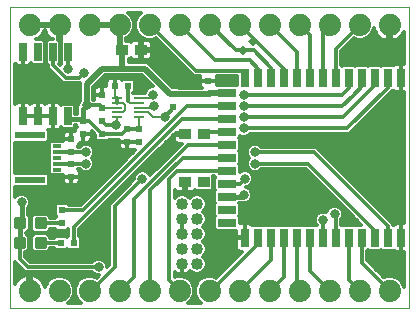
<source format=gtl>
G75*
%MOIN*%
%OFA0B0*%
%FSLAX25Y25*%
%IPPOS*%
%LPD*%
%AMOC8*
5,1,8,0,0,1.08239X$1,22.5*
%
%ADD10C,0.00000*%
%ADD11C,0.04000*%
%ADD12C,0.01181*%
%ADD13R,0.02362X0.02362*%
%ADD14C,0.07400*%
%ADD15R,0.03937X0.03543*%
%ADD16R,0.04134X0.03543*%
%ADD17R,0.03150X0.01181*%
%ADD18R,0.10236X0.02362*%
%ADD19R,0.02756X0.06299*%
%ADD20R,0.06299X0.02756*%
%ADD21R,0.02362X0.02362*%
%ADD22R,0.03346X0.00787*%
%ADD23R,0.02559X0.06004*%
%ADD24C,0.03150*%
%ADD25C,0.00787*%
%ADD26C,0.01575*%
%ADD27C,0.01969*%
D10*
X0080331Y0048835D02*
X0080331Y0149228D01*
X0213402Y0149228D01*
X0213402Y0048835D01*
X0080331Y0048835D01*
D11*
X0137673Y0063638D03*
X0142673Y0063638D03*
X0142673Y0068638D03*
X0137673Y0068638D03*
X0137673Y0073638D03*
X0142673Y0073638D03*
X0142673Y0078638D03*
X0137673Y0078638D03*
X0137673Y0083638D03*
X0142673Y0083638D03*
D12*
X0141445Y0086582D02*
X0138902Y0086582D01*
X0139481Y0086343D02*
X0138308Y0086828D01*
X0137039Y0086828D01*
X0135866Y0086343D01*
X0135261Y0085738D01*
X0135261Y0088378D01*
X0135357Y0088212D01*
X0135653Y0087916D01*
X0136016Y0087707D01*
X0136421Y0087598D01*
X0138303Y0087598D01*
X0138303Y0090665D01*
X0138894Y0090665D01*
X0138894Y0087598D01*
X0140776Y0087598D01*
X0141181Y0087707D01*
X0141544Y0087916D01*
X0141840Y0088212D01*
X0141980Y0088455D01*
X0142436Y0087998D01*
X0147359Y0087998D01*
X0148057Y0088696D01*
X0148057Y0092920D01*
X0148431Y0092920D01*
X0148431Y0092830D01*
X0148726Y0092535D01*
X0148431Y0092241D01*
X0148431Y0088499D01*
X0148726Y0088205D01*
X0148431Y0087910D01*
X0148431Y0084168D01*
X0148726Y0083874D01*
X0148431Y0083580D01*
X0148431Y0079838D01*
X0148726Y0079543D01*
X0148431Y0079249D01*
X0148431Y0075507D01*
X0149129Y0074809D01*
X0155709Y0074809D01*
X0155709Y0072555D01*
X0158579Y0072555D01*
X0158579Y0077197D01*
X0157112Y0077197D01*
X0157112Y0079249D01*
X0156818Y0079543D01*
X0157112Y0079838D01*
X0157112Y0083580D01*
X0156818Y0083874D01*
X0157005Y0084061D01*
X0157258Y0084061D01*
X0157733Y0083865D01*
X0158834Y0083865D01*
X0159850Y0084286D01*
X0160628Y0085063D01*
X0161049Y0086080D01*
X0161049Y0087180D01*
X0160628Y0088196D01*
X0159850Y0088974D01*
X0158879Y0089376D01*
X0159227Y0089376D01*
X0160244Y0089797D01*
X0161022Y0090575D01*
X0161443Y0091592D01*
X0161443Y0092692D01*
X0161022Y0093708D01*
X0160244Y0094486D01*
X0159227Y0094907D01*
X0158127Y0094907D01*
X0157112Y0094487D01*
X0157112Y0096572D01*
X0156818Y0096866D01*
X0157112Y0097160D01*
X0157112Y0100903D01*
X0156818Y0101197D01*
X0157112Y0101491D01*
X0157112Y0105233D01*
X0156818Y0105528D01*
X0157112Y0105822D01*
X0157112Y0106338D01*
X0157733Y0106080D01*
X0158834Y0106080D01*
X0159850Y0106501D01*
X0160413Y0107065D01*
X0193442Y0107065D01*
X0194485Y0108108D01*
X0207643Y0121266D01*
X0208186Y0121266D01*
X0208197Y0121278D01*
X0208291Y0121184D01*
X0208654Y0120975D01*
X0209058Y0120866D01*
X0210547Y0120866D01*
X0210547Y0125508D01*
X0210744Y0125508D01*
X0210744Y0120866D01*
X0211630Y0120866D01*
X0211630Y0077197D01*
X0210744Y0077197D01*
X0210744Y0072555D01*
X0210547Y0072555D01*
X0210547Y0077197D01*
X0209058Y0077197D01*
X0208654Y0077088D01*
X0208291Y0076879D01*
X0208197Y0076785D01*
X0208186Y0076797D01*
X0208096Y0076797D01*
X0208096Y0077131D01*
X0182446Y0102781D01*
X0164153Y0102781D01*
X0163590Y0103344D01*
X0162574Y0103765D01*
X0161474Y0103765D01*
X0160457Y0103344D01*
X0159679Y0102566D01*
X0159258Y0101550D01*
X0159258Y0100450D01*
X0159679Y0099434D01*
X0160081Y0099031D01*
X0159679Y0098629D01*
X0159258Y0097613D01*
X0159258Y0096513D01*
X0159679Y0095497D01*
X0160457Y0094719D01*
X0161474Y0094298D01*
X0162574Y0094298D01*
X0163590Y0094719D01*
X0164153Y0095282D01*
X0179002Y0095282D01*
X0197487Y0076797D01*
X0195782Y0076797D01*
X0195488Y0076503D01*
X0195194Y0076797D01*
X0191452Y0076797D01*
X0191157Y0076503D01*
X0190863Y0076797D01*
X0190773Y0076797D01*
X0190773Y0078595D01*
X0190943Y0078764D01*
X0191364Y0079781D01*
X0191364Y0080881D01*
X0190943Y0081897D01*
X0190165Y0082675D01*
X0189148Y0083096D01*
X0188048Y0083096D01*
X0187032Y0082675D01*
X0186254Y0081897D01*
X0185833Y0080881D01*
X0185833Y0080870D01*
X0185211Y0081128D01*
X0184111Y0081128D01*
X0183095Y0080707D01*
X0182317Y0079929D01*
X0181896Y0078912D01*
X0181896Y0077812D01*
X0182317Y0076796D01*
X0182553Y0076560D01*
X0182496Y0076503D01*
X0182202Y0076797D01*
X0178460Y0076797D01*
X0178165Y0076503D01*
X0177871Y0076797D01*
X0174129Y0076797D01*
X0173835Y0076503D01*
X0173540Y0076797D01*
X0169798Y0076797D01*
X0169504Y0076503D01*
X0169210Y0076797D01*
X0165467Y0076797D01*
X0165173Y0076503D01*
X0164879Y0076797D01*
X0161137Y0076797D01*
X0161125Y0076785D01*
X0161032Y0076879D01*
X0160669Y0077088D01*
X0160265Y0077197D01*
X0158776Y0077197D01*
X0158776Y0072555D01*
X0158579Y0072555D01*
X0158579Y0072358D01*
X0155709Y0072358D01*
X0155709Y0069098D01*
X0155817Y0068693D01*
X0156026Y0068330D01*
X0156323Y0068034D01*
X0156685Y0067825D01*
X0157090Y0067717D01*
X0157717Y0067717D01*
X0149106Y0059106D01*
X0147839Y0059631D01*
X0145893Y0059631D01*
X0144096Y0058886D01*
X0142720Y0057510D01*
X0141976Y0055713D01*
X0141976Y0053767D01*
X0142720Y0051970D01*
X0144084Y0050606D01*
X0139649Y0050606D01*
X0141012Y0051970D01*
X0141757Y0053767D01*
X0141757Y0055713D01*
X0141012Y0057510D01*
X0139636Y0058886D01*
X0137839Y0059631D01*
X0135893Y0059631D01*
X0135261Y0059369D01*
X0135261Y0060972D01*
X0135384Y0060849D01*
X0135972Y0060456D01*
X0136626Y0060185D01*
X0137320Y0060047D01*
X0137673Y0060047D01*
X0137673Y0063638D01*
X0137673Y0063638D01*
X0137673Y0060047D01*
X0138027Y0060047D01*
X0138721Y0060185D01*
X0139374Y0060456D01*
X0139962Y0060849D01*
X0140456Y0061343D01*
X0140866Y0060933D01*
X0142039Y0060447D01*
X0143308Y0060447D01*
X0144481Y0060933D01*
X0145378Y0061830D01*
X0145864Y0063003D01*
X0145864Y0064272D01*
X0145378Y0065445D01*
X0144685Y0066138D01*
X0145378Y0066830D01*
X0145864Y0068003D01*
X0145864Y0069272D01*
X0145378Y0070445D01*
X0144685Y0071138D01*
X0145378Y0071830D01*
X0145864Y0073003D01*
X0145864Y0074272D01*
X0145378Y0075445D01*
X0144685Y0076138D01*
X0145378Y0076830D01*
X0145864Y0078003D01*
X0145864Y0079272D01*
X0145378Y0080445D01*
X0144685Y0081138D01*
X0145378Y0081830D01*
X0145864Y0083003D01*
X0145864Y0084272D01*
X0145378Y0085445D01*
X0144481Y0086343D01*
X0143308Y0086828D01*
X0142039Y0086828D01*
X0140866Y0086343D01*
X0140173Y0085650D01*
X0139481Y0086343D01*
X0138894Y0087762D02*
X0138303Y0087762D01*
X0138303Y0088942D02*
X0138894Y0088942D01*
X0138894Y0090121D02*
X0138303Y0090121D01*
X0135921Y0087762D02*
X0135261Y0087762D01*
X0135261Y0086582D02*
X0136445Y0086582D01*
X0133480Y0088205D02*
X0133480Y0058283D01*
X0136866Y0054740D01*
X0141757Y0054733D02*
X0141976Y0054733D01*
X0142058Y0055912D02*
X0141674Y0055912D01*
X0141185Y0057092D02*
X0142547Y0057092D01*
X0143481Y0058272D02*
X0140251Y0058272D01*
X0138272Y0059451D02*
X0145460Y0059451D01*
X0143751Y0060631D02*
X0150632Y0060631D01*
X0151811Y0061810D02*
X0145358Y0061810D01*
X0145858Y0062990D02*
X0152991Y0062990D01*
X0154170Y0064170D02*
X0145864Y0064170D01*
X0145418Y0065349D02*
X0155350Y0065349D01*
X0156530Y0066529D02*
X0145076Y0066529D01*
X0145742Y0067708D02*
X0157709Y0067708D01*
X0155765Y0068888D02*
X0145864Y0068888D01*
X0145534Y0070068D02*
X0155709Y0070068D01*
X0155709Y0071247D02*
X0144795Y0071247D01*
X0145625Y0072427D02*
X0158579Y0072427D01*
X0158579Y0073607D02*
X0158776Y0073607D01*
X0158776Y0074786D02*
X0158579Y0074786D01*
X0158579Y0075966D02*
X0158776Y0075966D01*
X0158776Y0077145D02*
X0158579Y0077145D01*
X0160457Y0077145D02*
X0182172Y0077145D01*
X0181896Y0078325D02*
X0157112Y0078325D01*
X0156856Y0079505D02*
X0182141Y0079505D01*
X0183073Y0080684D02*
X0157112Y0080684D01*
X0157112Y0081864D02*
X0186240Y0081864D01*
X0187921Y0083043D02*
X0157112Y0083043D01*
X0159699Y0084223D02*
X0190061Y0084223D01*
X0189276Y0083043D02*
X0191241Y0083043D01*
X0190957Y0081864D02*
X0192420Y0081864D01*
X0191364Y0080684D02*
X0193600Y0080684D01*
X0194780Y0079505D02*
X0191249Y0079505D01*
X0190773Y0078325D02*
X0195959Y0078325D01*
X0197139Y0077145D02*
X0190773Y0077145D01*
X0188992Y0079937D02*
X0188992Y0072457D01*
X0184661Y0072457D02*
X0184661Y0078362D01*
X0188598Y0080331D02*
X0188992Y0079937D01*
X0188882Y0085403D02*
X0160768Y0085403D01*
X0161049Y0086582D02*
X0187702Y0086582D01*
X0186522Y0087762D02*
X0160808Y0087762D01*
X0159883Y0088942D02*
X0185343Y0088942D01*
X0184163Y0090121D02*
X0160567Y0090121D01*
X0161322Y0091301D02*
X0182984Y0091301D01*
X0181804Y0092480D02*
X0161443Y0092480D01*
X0161041Y0093660D02*
X0180624Y0093660D01*
X0179445Y0094840D02*
X0163711Y0094840D01*
X0162024Y0097063D02*
X0179740Y0097063D01*
X0201984Y0074819D01*
X0201984Y0072457D01*
X0197654Y0072457D02*
X0197654Y0064110D01*
X0206866Y0054740D01*
X0211185Y0057092D02*
X0211630Y0057092D01*
X0211012Y0057510D02*
X0211630Y0056019D01*
X0211630Y0067717D01*
X0210744Y0067717D01*
X0210744Y0072358D01*
X0210547Y0072358D01*
X0210547Y0067717D01*
X0209058Y0067717D01*
X0208654Y0067825D01*
X0208291Y0068034D01*
X0208197Y0068128D01*
X0208186Y0068117D01*
X0204444Y0068117D01*
X0204150Y0068411D01*
X0203855Y0068117D01*
X0200113Y0068117D01*
X0199819Y0068411D01*
X0199525Y0068117D01*
X0199435Y0068117D01*
X0199435Y0064839D01*
X0204943Y0059237D01*
X0205893Y0059631D01*
X0207839Y0059631D01*
X0209636Y0058886D01*
X0211012Y0057510D01*
X0211630Y0058272D02*
X0210251Y0058272D01*
X0211630Y0059451D02*
X0208272Y0059451D01*
X0205460Y0059451D02*
X0204732Y0059451D01*
X0203572Y0060631D02*
X0211630Y0060631D01*
X0211630Y0061810D02*
X0202412Y0061810D01*
X0201253Y0062990D02*
X0211630Y0062990D01*
X0211630Y0064170D02*
X0200093Y0064170D01*
X0199435Y0065349D02*
X0211630Y0065349D01*
X0211630Y0066529D02*
X0199435Y0066529D01*
X0199435Y0067708D02*
X0211630Y0067708D01*
X0210744Y0068888D02*
X0210547Y0068888D01*
X0210547Y0070068D02*
X0210744Y0070068D01*
X0210744Y0071247D02*
X0210547Y0071247D01*
X0210547Y0073607D02*
X0210744Y0073607D01*
X0210744Y0074786D02*
X0210547Y0074786D01*
X0210547Y0075966D02*
X0210744Y0075966D01*
X0210744Y0077145D02*
X0210547Y0077145D01*
X0211630Y0078325D02*
X0206903Y0078325D01*
X0208082Y0077145D02*
X0208866Y0077145D01*
X0206315Y0076394D02*
X0181709Y0101000D01*
X0162024Y0101000D01*
X0159410Y0101917D02*
X0157112Y0101917D01*
X0157112Y0100738D02*
X0159258Y0100738D01*
X0159628Y0099558D02*
X0157112Y0099558D01*
X0157112Y0098378D02*
X0159575Y0098378D01*
X0159258Y0097199D02*
X0157112Y0097199D01*
X0157112Y0096019D02*
X0159463Y0096019D01*
X0159390Y0094840D02*
X0160336Y0094840D01*
X0157964Y0094840D02*
X0157112Y0094840D01*
X0158677Y0092142D02*
X0156906Y0090370D01*
X0152772Y0090370D01*
X0148431Y0090121D02*
X0148057Y0090121D01*
X0148057Y0088942D02*
X0148431Y0088942D01*
X0148431Y0087762D02*
X0141276Y0087762D01*
X0143902Y0086582D02*
X0148431Y0086582D01*
X0148431Y0085403D02*
X0145396Y0085403D01*
X0145864Y0084223D02*
X0148431Y0084223D01*
X0148431Y0083043D02*
X0145864Y0083043D01*
X0145392Y0081864D02*
X0148431Y0081864D01*
X0148431Y0080684D02*
X0145139Y0080684D01*
X0145768Y0079505D02*
X0148687Y0079505D01*
X0148431Y0078325D02*
X0145864Y0078325D01*
X0145508Y0077145D02*
X0148431Y0077145D01*
X0148431Y0075966D02*
X0144857Y0075966D01*
X0145651Y0074786D02*
X0155709Y0074786D01*
X0155709Y0073607D02*
X0145864Y0073607D01*
X0137673Y0073638D02*
X0137673Y0073638D01*
X0137673Y0078638D01*
X0137673Y0078638D01*
X0137673Y0075047D01*
X0137673Y0073638D01*
X0137673Y0074786D02*
X0137673Y0074786D01*
X0137673Y0075966D02*
X0137673Y0075966D01*
X0137673Y0077145D02*
X0137673Y0077145D01*
X0137673Y0078325D02*
X0137673Y0078325D01*
X0133480Y0088205D02*
X0133480Y0092142D01*
X0136039Y0094701D01*
X0152772Y0094701D01*
X0148671Y0092480D02*
X0148057Y0092480D01*
X0148057Y0091301D02*
X0148431Y0091301D01*
X0152772Y0099031D02*
X0137851Y0099031D01*
X0127024Y0088204D01*
X0126866Y0054740D01*
X0121669Y0059386D02*
X0121669Y0085368D01*
X0139663Y0103362D01*
X0152772Y0103362D01*
X0152772Y0107693D02*
X0145488Y0107693D01*
X0144898Y0107102D01*
X0138303Y0106807D02*
X0135039Y0106807D01*
X0135039Y0105121D01*
X0135148Y0104717D01*
X0135357Y0104354D01*
X0135653Y0104058D01*
X0136016Y0103849D01*
X0136421Y0103740D01*
X0137522Y0103740D01*
X0126981Y0093199D01*
X0126770Y0093708D01*
X0125992Y0094486D01*
X0124975Y0094907D01*
X0123875Y0094907D01*
X0122859Y0094486D01*
X0122081Y0093708D01*
X0121660Y0092692D01*
X0121660Y0091895D01*
X0114505Y0084740D01*
X0113461Y0083697D01*
X0113461Y0063352D01*
X0112624Y0062514D01*
X0112624Y0063164D01*
X0112203Y0064181D01*
X0111425Y0064959D01*
X0110408Y0065380D01*
X0109308Y0065380D01*
X0108292Y0064959D01*
X0107729Y0064395D01*
X0086974Y0064395D01*
X0085447Y0065922D01*
X0085447Y0067526D01*
X0085782Y0067526D01*
X0086825Y0068569D01*
X0086825Y0072801D01*
X0085782Y0073844D01*
X0085678Y0073844D01*
X0085678Y0074056D01*
X0085816Y0074056D01*
X0086859Y0075099D01*
X0086859Y0079331D01*
X0086246Y0079944D01*
X0086246Y0082335D01*
X0086612Y0082701D01*
X0087033Y0083718D01*
X0087033Y0084818D01*
X0086612Y0085834D01*
X0085834Y0086612D01*
X0084818Y0087033D01*
X0083718Y0087033D01*
X0082701Y0086612D01*
X0082102Y0086013D01*
X0082102Y0089180D01*
X0092635Y0089180D01*
X0093332Y0089877D01*
X0093332Y0093225D01*
X0092635Y0093923D01*
X0082102Y0093923D01*
X0082102Y0104140D01*
X0092635Y0104140D01*
X0093332Y0104838D01*
X0093332Y0108186D01*
X0093149Y0108369D01*
X0093153Y0108368D01*
X0094592Y0108368D01*
X0094592Y0112911D01*
X0091772Y0112911D01*
X0089691Y0112911D01*
X0089691Y0113010D01*
X0089592Y0113010D01*
X0089592Y0112911D01*
X0086772Y0112911D01*
X0084691Y0112911D01*
X0084691Y0113010D01*
X0084592Y0113010D01*
X0084592Y0117553D01*
X0083153Y0117553D01*
X0082748Y0117445D01*
X0082386Y0117235D01*
X0082102Y0116952D01*
X0082102Y0130323D01*
X0082386Y0130040D01*
X0082748Y0129831D01*
X0083153Y0129722D01*
X0084592Y0129722D01*
X0084592Y0134266D01*
X0084691Y0134266D01*
X0084691Y0129722D01*
X0086131Y0129722D01*
X0086535Y0129831D01*
X0086898Y0130040D01*
X0087194Y0130336D01*
X0087363Y0130629D01*
X0087869Y0130122D01*
X0091414Y0130122D01*
X0092112Y0130820D01*
X0092112Y0137810D01*
X0091414Y0138507D01*
X0089069Y0138507D01*
X0089639Y0138798D01*
X0090313Y0139287D01*
X0090902Y0139876D01*
X0091391Y0140550D01*
X0091769Y0141292D01*
X0091866Y0141591D01*
X0091963Y0141292D01*
X0092341Y0140550D01*
X0092831Y0139876D01*
X0093420Y0139287D01*
X0094093Y0138798D01*
X0094663Y0138507D01*
X0092869Y0138507D01*
X0092172Y0137810D01*
X0092172Y0130820D01*
X0092861Y0130131D01*
X0092861Y0129088D01*
X0093904Y0128044D01*
X0097080Y0124869D01*
X0098123Y0123825D01*
X0103746Y0123825D01*
X0103746Y0118287D01*
X0103577Y0118118D01*
X0103156Y0117101D01*
X0103156Y0116583D01*
X0102762Y0116189D01*
X0102762Y0113805D01*
X0102112Y0113805D01*
X0102112Y0116456D01*
X0101414Y0117153D01*
X0097869Y0117153D01*
X0097363Y0116647D01*
X0097194Y0116939D01*
X0096898Y0117235D01*
X0096535Y0117445D01*
X0096131Y0117553D01*
X0094691Y0117553D01*
X0094691Y0113010D01*
X0094592Y0113010D01*
X0094592Y0112911D01*
X0094691Y0112911D01*
X0094691Y0108368D01*
X0096131Y0108368D01*
X0096535Y0108477D01*
X0096898Y0108686D01*
X0097194Y0108982D01*
X0097363Y0109274D01*
X0097869Y0108768D01*
X0101414Y0108768D01*
X0102112Y0109466D01*
X0102112Y0109849D01*
X0102369Y0109849D01*
X0102369Y0109562D01*
X0102577Y0109354D01*
X0102286Y0109063D01*
X0102077Y0108701D01*
X0101969Y0108296D01*
X0101969Y0108102D01*
X0100803Y0108102D01*
X0099413Y0108102D01*
X0099008Y0107994D01*
X0098645Y0107785D01*
X0098349Y0107488D01*
X0098140Y0107126D01*
X0098031Y0106721D01*
X0098031Y0105331D01*
X0100803Y0105331D01*
X0100803Y0108102D01*
X0100803Y0105331D01*
X0100803Y0105331D01*
X0100803Y0105331D01*
X0098031Y0105331D01*
X0098031Y0104750D01*
X0094011Y0104750D01*
X0093313Y0104052D01*
X0093313Y0094011D01*
X0094011Y0093313D01*
X0098031Y0093313D01*
X0098031Y0092732D01*
X0098031Y0091342D01*
X0098140Y0090937D01*
X0098349Y0090575D01*
X0098645Y0090278D01*
X0099008Y0090069D01*
X0099413Y0089961D01*
X0100803Y0089961D01*
X0100803Y0092732D01*
X0100803Y0092732D01*
X0098031Y0092732D01*
X0100803Y0092732D01*
X0100803Y0092732D01*
X0100803Y0089961D01*
X0102194Y0089961D01*
X0102598Y0090069D01*
X0102961Y0090278D01*
X0103257Y0090575D01*
X0103466Y0090937D01*
X0103575Y0091342D01*
X0103575Y0092732D01*
X0100803Y0092732D01*
X0100803Y0092732D01*
X0103575Y0092732D01*
X0103575Y0094123D01*
X0103466Y0094527D01*
X0103257Y0094890D01*
X0102967Y0095180D01*
X0103068Y0095282D01*
X0103595Y0095282D01*
X0104158Y0094719D01*
X0105174Y0094298D01*
X0106274Y0094298D01*
X0107291Y0094719D01*
X0108069Y0095497D01*
X0108490Y0096513D01*
X0108490Y0097613D01*
X0108069Y0098629D01*
X0107667Y0099031D01*
X0108069Y0099434D01*
X0108490Y0100450D01*
X0108490Y0101550D01*
X0108069Y0102566D01*
X0107291Y0103344D01*
X0106274Y0103765D01*
X0105174Y0103765D01*
X0104158Y0103344D01*
X0103595Y0102781D01*
X0103068Y0102781D01*
X0102967Y0102883D01*
X0103257Y0103173D01*
X0103466Y0103536D01*
X0103575Y0103940D01*
X0103575Y0104134D01*
X0104740Y0104134D01*
X0104740Y0106905D01*
X0104740Y0106905D01*
X0104740Y0104134D01*
X0106131Y0104134D01*
X0106535Y0104242D01*
X0106898Y0104452D01*
X0107194Y0104748D01*
X0107403Y0105110D01*
X0107512Y0105515D01*
X0107512Y0106905D01*
X0104740Y0106905D01*
X0104740Y0106906D01*
X0107512Y0106906D01*
X0107512Y0107914D01*
X0108668Y0106758D01*
X0108668Y0105231D01*
X0109365Y0104534D01*
X0112714Y0104534D01*
X0113304Y0105124D01*
X0116535Y0105124D01*
X0116535Y0104347D01*
X0119307Y0104347D01*
X0119307Y0104346D01*
X0119307Y0104346D01*
X0119307Y0101575D01*
X0117917Y0101575D01*
X0117512Y0101683D01*
X0117149Y0101893D01*
X0116853Y0102189D01*
X0116644Y0102551D01*
X0116535Y0102956D01*
X0116535Y0104346D01*
X0119307Y0104346D01*
X0119307Y0101575D01*
X0120698Y0101575D01*
X0121102Y0101683D01*
X0121276Y0101783D01*
X0121449Y0101683D01*
X0121854Y0101575D01*
X0122128Y0101575D01*
X0103846Y0083293D01*
X0099918Y0083293D01*
X0099328Y0083883D01*
X0095979Y0083883D01*
X0095282Y0083186D01*
X0095282Y0079838D01*
X0095773Y0079346D01*
X0095389Y0078962D01*
X0093765Y0078962D01*
X0093765Y0079331D01*
X0092721Y0080374D01*
X0088490Y0080374D01*
X0087447Y0079331D01*
X0087447Y0075099D01*
X0088490Y0074056D01*
X0092721Y0074056D01*
X0093765Y0075099D01*
X0093765Y0075400D01*
X0095389Y0075400D01*
X0095979Y0074809D01*
X0099328Y0074809D01*
X0099809Y0075291D01*
X0099809Y0072950D01*
X0099425Y0072566D01*
X0098934Y0073057D01*
X0095586Y0073057D01*
X0094995Y0072466D01*
X0093731Y0072466D01*
X0093731Y0072801D01*
X0092688Y0073844D01*
X0088456Y0073844D01*
X0087413Y0072801D01*
X0087413Y0068569D01*
X0088456Y0067526D01*
X0092688Y0067526D01*
X0093731Y0068569D01*
X0093731Y0068904D01*
X0094995Y0068904D01*
X0095586Y0068313D01*
X0098934Y0068313D01*
X0099425Y0068805D01*
X0099916Y0068313D01*
X0103265Y0068313D01*
X0103962Y0069011D01*
X0103962Y0072359D01*
X0103372Y0072950D01*
X0103372Y0075262D01*
X0135507Y0107398D01*
X0138303Y0107398D01*
X0138303Y0106807D01*
X0135039Y0106636D02*
X0134745Y0106636D01*
X0135039Y0105456D02*
X0133566Y0105456D01*
X0132386Y0104276D02*
X0135435Y0104276D01*
X0136879Y0103097D02*
X0131206Y0103097D01*
X0130027Y0101917D02*
X0135699Y0101917D01*
X0134520Y0100738D02*
X0128847Y0100738D01*
X0127667Y0099558D02*
X0133340Y0099558D01*
X0132160Y0098378D02*
X0126488Y0098378D01*
X0125308Y0097199D02*
X0130981Y0097199D01*
X0129801Y0096019D02*
X0124129Y0096019D01*
X0123712Y0094840D02*
X0122949Y0094840D01*
X0122061Y0093660D02*
X0121769Y0093660D01*
X0121660Y0092480D02*
X0120590Y0092480D01*
X0121065Y0091301D02*
X0119410Y0091301D01*
X0119886Y0090121D02*
X0118231Y0090121D01*
X0118706Y0088942D02*
X0117051Y0088942D01*
X0117527Y0087762D02*
X0115871Y0087762D01*
X0116347Y0086582D02*
X0114692Y0086582D01*
X0115167Y0085403D02*
X0113512Y0085403D01*
X0113988Y0084223D02*
X0112332Y0084223D01*
X0113461Y0083043D02*
X0111153Y0083043D01*
X0109973Y0081864D02*
X0113461Y0081864D01*
X0113461Y0080684D02*
X0108794Y0080684D01*
X0107614Y0079505D02*
X0113461Y0079505D01*
X0113461Y0078325D02*
X0106434Y0078325D01*
X0105255Y0077145D02*
X0113461Y0077145D01*
X0113461Y0075966D02*
X0104075Y0075966D01*
X0103372Y0074786D02*
X0113461Y0074786D01*
X0113461Y0073607D02*
X0103372Y0073607D01*
X0103895Y0072427D02*
X0113461Y0072427D01*
X0113461Y0071247D02*
X0103962Y0071247D01*
X0103962Y0070068D02*
X0113461Y0070068D01*
X0113461Y0068888D02*
X0103839Y0068888D01*
X0101591Y0070685D02*
X0101591Y0076000D01*
X0137614Y0112024D01*
X0152772Y0112024D01*
X0158283Y0112595D02*
X0191335Y0112595D01*
X0201984Y0123244D01*
X0201984Y0125606D01*
X0197654Y0125606D02*
X0197654Y0122850D01*
X0194504Y0119701D01*
X0191148Y0116345D01*
X0158283Y0116345D01*
X0158283Y0120094D02*
X0190961Y0120094D01*
X0193323Y0122457D01*
X0193323Y0125606D01*
X0188992Y0125606D02*
X0188992Y0135291D01*
X0196866Y0143323D01*
X0194949Y0138823D02*
X0195893Y0138432D01*
X0197839Y0138432D01*
X0199636Y0139177D01*
X0201012Y0140553D01*
X0201689Y0142188D01*
X0201706Y0142084D01*
X0201963Y0141292D01*
X0202341Y0140550D01*
X0202831Y0139876D01*
X0203420Y0139287D01*
X0204093Y0138798D01*
X0204835Y0138420D01*
X0205627Y0138163D01*
X0206450Y0138032D01*
X0206457Y0138032D01*
X0206457Y0142913D01*
X0207276Y0142913D01*
X0207276Y0138032D01*
X0207283Y0138032D01*
X0208105Y0138163D01*
X0208897Y0138420D01*
X0209639Y0138798D01*
X0210313Y0139287D01*
X0210902Y0139876D01*
X0211391Y0140550D01*
X0211630Y0141019D01*
X0211630Y0130346D01*
X0210744Y0130346D01*
X0210744Y0125705D01*
X0210547Y0125705D01*
X0210547Y0130346D01*
X0209058Y0130346D01*
X0208654Y0130238D01*
X0208291Y0130029D01*
X0208197Y0129935D01*
X0208186Y0129946D01*
X0204444Y0129946D01*
X0204150Y0129652D01*
X0203855Y0129946D01*
X0200113Y0129946D01*
X0199819Y0129652D01*
X0199525Y0129946D01*
X0195782Y0129946D01*
X0195488Y0129652D01*
X0195194Y0129946D01*
X0191452Y0129946D01*
X0191157Y0129652D01*
X0190863Y0129946D01*
X0190773Y0129946D01*
X0190773Y0134564D01*
X0194949Y0138823D01*
X0194618Y0138485D02*
X0195765Y0138485D01*
X0197967Y0138485D02*
X0204707Y0138485D01*
X0206457Y0138485D02*
X0207276Y0138485D01*
X0207276Y0139665D02*
X0206457Y0139665D01*
X0206457Y0140845D02*
X0207276Y0140845D01*
X0207276Y0142024D02*
X0206457Y0142024D01*
X0211541Y0140845D02*
X0211630Y0140845D01*
X0211630Y0139665D02*
X0210690Y0139665D01*
X0211630Y0138485D02*
X0209025Y0138485D01*
X0211630Y0137306D02*
X0193461Y0137306D01*
X0192305Y0136126D02*
X0211630Y0136126D01*
X0211630Y0134946D02*
X0191148Y0134946D01*
X0190773Y0133767D02*
X0211630Y0133767D01*
X0211630Y0132587D02*
X0190773Y0132587D01*
X0190773Y0131408D02*
X0211630Y0131408D01*
X0210744Y0130228D02*
X0210547Y0130228D01*
X0210547Y0129048D02*
X0210744Y0129048D01*
X0210744Y0127869D02*
X0210547Y0127869D01*
X0210547Y0126689D02*
X0210744Y0126689D01*
X0210744Y0124330D02*
X0210547Y0124330D01*
X0210547Y0123150D02*
X0210744Y0123150D01*
X0210744Y0121971D02*
X0210547Y0121971D01*
X0211630Y0120791D02*
X0207168Y0120791D01*
X0205989Y0119611D02*
X0211630Y0119611D01*
X0211630Y0118432D02*
X0204809Y0118432D01*
X0203629Y0117252D02*
X0211630Y0117252D01*
X0211630Y0116073D02*
X0202450Y0116073D01*
X0201270Y0114893D02*
X0211630Y0114893D01*
X0211630Y0113713D02*
X0200091Y0113713D01*
X0198911Y0112534D02*
X0211630Y0112534D01*
X0211630Y0111354D02*
X0197731Y0111354D01*
X0196552Y0110175D02*
X0211630Y0110175D01*
X0211630Y0108995D02*
X0195372Y0108995D01*
X0194192Y0107815D02*
X0211630Y0107815D01*
X0211630Y0106636D02*
X0159984Y0106636D01*
X0156889Y0105456D02*
X0211630Y0105456D01*
X0211630Y0104276D02*
X0157112Y0104276D01*
X0157112Y0103097D02*
X0160210Y0103097D01*
X0163838Y0103097D02*
X0211630Y0103097D01*
X0211630Y0101917D02*
X0183310Y0101917D01*
X0184490Y0100738D02*
X0211630Y0100738D01*
X0211630Y0099558D02*
X0185669Y0099558D01*
X0186849Y0098378D02*
X0211630Y0098378D01*
X0211630Y0097199D02*
X0188029Y0097199D01*
X0189208Y0096019D02*
X0211630Y0096019D01*
X0211630Y0094840D02*
X0190388Y0094840D01*
X0191568Y0093660D02*
X0211630Y0093660D01*
X0211630Y0092480D02*
X0192747Y0092480D01*
X0193927Y0091301D02*
X0211630Y0091301D01*
X0211630Y0090121D02*
X0195106Y0090121D01*
X0196286Y0088942D02*
X0211630Y0088942D01*
X0211630Y0087762D02*
X0197466Y0087762D01*
X0198645Y0086582D02*
X0211630Y0086582D01*
X0211630Y0085403D02*
X0199825Y0085403D01*
X0201004Y0084223D02*
X0211630Y0084223D01*
X0211630Y0083043D02*
X0202184Y0083043D01*
X0203364Y0081864D02*
X0211630Y0081864D01*
X0211630Y0080684D02*
X0204543Y0080684D01*
X0205723Y0079505D02*
X0211630Y0079505D01*
X0206315Y0076394D02*
X0206315Y0072457D01*
X0193323Y0072457D02*
X0193323Y0058441D01*
X0196866Y0054740D01*
X0186866Y0054740D02*
X0180331Y0061433D01*
X0180331Y0072457D01*
X0176000Y0072457D02*
X0176000Y0055764D01*
X0176866Y0054740D01*
X0171669Y0059386D02*
X0166866Y0054740D01*
X0171669Y0059386D02*
X0171669Y0072457D01*
X0167339Y0072457D02*
X0167339Y0065055D01*
X0156866Y0054740D01*
X0149452Y0059451D02*
X0148272Y0059451D01*
X0141595Y0060631D02*
X0139636Y0060631D01*
X0137673Y0060631D02*
X0137673Y0060631D01*
X0137673Y0061810D02*
X0137673Y0061810D01*
X0137673Y0062990D02*
X0137673Y0062990D01*
X0135711Y0060631D02*
X0135261Y0060631D01*
X0135261Y0059451D02*
X0135460Y0059451D01*
X0141668Y0053553D02*
X0142064Y0053553D01*
X0142553Y0052373D02*
X0141179Y0052373D01*
X0140236Y0051194D02*
X0143496Y0051194D01*
X0146866Y0054740D02*
X0147260Y0054740D01*
X0163008Y0070488D01*
X0163008Y0072457D01*
X0128622Y0094840D02*
X0125138Y0094840D01*
X0126790Y0093660D02*
X0127442Y0093660D01*
X0124425Y0092142D02*
X0115243Y0082959D01*
X0115243Y0062614D01*
X0107369Y0054740D01*
X0106866Y0054740D01*
X0101976Y0054733D02*
X0101757Y0054733D01*
X0101757Y0053767D02*
X0101757Y0055713D01*
X0101012Y0057510D01*
X0099636Y0058886D01*
X0097839Y0059631D01*
X0095893Y0059631D01*
X0094096Y0058886D01*
X0092720Y0057510D01*
X0092043Y0055875D01*
X0092026Y0055979D01*
X0091769Y0056771D01*
X0091391Y0057513D01*
X0090902Y0058187D01*
X0090313Y0058776D01*
X0089639Y0059265D01*
X0088897Y0059643D01*
X0088105Y0059900D01*
X0087283Y0060031D01*
X0087276Y0060031D01*
X0087276Y0055150D01*
X0086457Y0055150D01*
X0086457Y0060031D01*
X0086450Y0060031D01*
X0085627Y0059900D01*
X0084835Y0059643D01*
X0084093Y0059265D01*
X0083420Y0058776D01*
X0082831Y0058187D01*
X0082341Y0057513D01*
X0082102Y0057044D01*
X0082102Y0064229D01*
X0082929Y0063403D01*
X0084455Y0061876D01*
X0085498Y0060833D01*
X0107729Y0060833D01*
X0108292Y0060270D01*
X0109308Y0059849D01*
X0109958Y0059849D01*
X0109183Y0059074D01*
X0107839Y0059631D01*
X0105893Y0059631D01*
X0104096Y0058886D01*
X0102720Y0057510D01*
X0101976Y0055713D01*
X0101976Y0053767D01*
X0102720Y0051970D01*
X0104084Y0050606D01*
X0099649Y0050606D01*
X0101012Y0051970D01*
X0101757Y0053767D01*
X0101668Y0053553D02*
X0102064Y0053553D01*
X0102553Y0052373D02*
X0101179Y0052373D01*
X0100236Y0051194D02*
X0103496Y0051194D01*
X0102058Y0055912D02*
X0101674Y0055912D01*
X0101185Y0057092D02*
X0102547Y0057092D01*
X0103481Y0058272D02*
X0100251Y0058272D01*
X0098272Y0059451D02*
X0105460Y0059451D01*
X0107931Y0060631D02*
X0082102Y0060631D01*
X0082102Y0061810D02*
X0084521Y0061810D01*
X0084455Y0061876D02*
X0084455Y0061876D01*
X0083342Y0062990D02*
X0082102Y0062990D01*
X0082929Y0063403D02*
X0082929Y0063403D01*
X0082162Y0064170D02*
X0082102Y0064170D01*
X0083666Y0065184D02*
X0086236Y0062614D01*
X0109858Y0062614D01*
X0112624Y0062990D02*
X0113100Y0062990D01*
X0113461Y0064170D02*
X0112207Y0064170D01*
X0113461Y0065349D02*
X0110481Y0065349D01*
X0109235Y0065349D02*
X0086020Y0065349D01*
X0085447Y0066529D02*
X0113461Y0066529D01*
X0113461Y0067708D02*
X0092870Y0067708D01*
X0093731Y0068888D02*
X0095011Y0068888D01*
X0097260Y0070685D02*
X0090572Y0070685D01*
X0089194Y0069307D02*
X0089194Y0072063D01*
X0091950Y0072063D01*
X0091950Y0069307D01*
X0089194Y0069307D01*
X0089194Y0070429D02*
X0091950Y0070429D01*
X0091950Y0071551D02*
X0089194Y0071551D01*
X0087413Y0071247D02*
X0086825Y0071247D01*
X0086825Y0070068D02*
X0087413Y0070068D01*
X0087413Y0068888D02*
X0086825Y0068888D01*
X0085965Y0067708D02*
X0088274Y0067708D01*
X0083666Y0065184D02*
X0083666Y0070685D01*
X0082288Y0069307D02*
X0082288Y0072063D01*
X0085044Y0072063D01*
X0085044Y0069307D01*
X0082288Y0069307D01*
X0082288Y0070429D02*
X0085044Y0070429D01*
X0085044Y0071551D02*
X0082288Y0071551D01*
X0086020Y0073607D02*
X0088219Y0073607D01*
X0087760Y0074786D02*
X0086546Y0074786D01*
X0086859Y0075966D02*
X0087447Y0075966D01*
X0087447Y0077145D02*
X0086859Y0077145D01*
X0086859Y0078325D02*
X0087447Y0078325D01*
X0087621Y0079505D02*
X0086685Y0079505D01*
X0086246Y0080684D02*
X0095282Y0080684D01*
X0095282Y0081864D02*
X0086246Y0081864D01*
X0086754Y0083043D02*
X0095282Y0083043D01*
X0097654Y0081512D02*
X0104583Y0081512D01*
X0139426Y0116354D01*
X0152772Y0116354D01*
X0156109Y0123254D02*
X0149197Y0123254D01*
X0149244Y0123428D01*
X0149244Y0124819D01*
X0149244Y0126187D01*
X0156109Y0126187D01*
X0156109Y0123254D01*
X0156109Y0124330D02*
X0149244Y0124330D01*
X0149244Y0124819D02*
X0146473Y0124819D01*
X0149244Y0124819D01*
X0149244Y0125510D02*
X0156109Y0125510D01*
X0158677Y0125606D02*
X0158677Y0127969D01*
X0142363Y0127969D01*
X0139104Y0131227D01*
X0126901Y0143323D01*
X0126866Y0143323D01*
X0123370Y0146743D02*
X0120363Y0146743D01*
X0121012Y0146093D02*
X0119649Y0147457D01*
X0124084Y0147457D01*
X0122720Y0146093D01*
X0121976Y0144296D01*
X0121976Y0142350D01*
X0122720Y0140553D01*
X0124096Y0139177D01*
X0125893Y0138432D01*
X0127839Y0138432D01*
X0128873Y0138861D01*
X0137848Y0129965D01*
X0140582Y0127231D01*
X0141625Y0126187D01*
X0143701Y0126187D01*
X0143701Y0124819D01*
X0146472Y0124819D01*
X0146472Y0124819D01*
X0143701Y0124819D01*
X0143701Y0123428D01*
X0143809Y0123024D01*
X0144019Y0122661D01*
X0144214Y0122466D01*
X0136532Y0122466D01*
X0136336Y0122663D01*
X0134381Y0122663D01*
X0126113Y0130931D01*
X0124312Y0130931D01*
X0119907Y0130931D01*
X0119907Y0132093D01*
X0120292Y0132093D01*
X0120624Y0132424D01*
X0120692Y0132307D01*
X0120988Y0132011D01*
X0121351Y0131801D01*
X0121755Y0131693D01*
X0123736Y0131693D01*
X0123736Y0134760D01*
X0124327Y0134760D01*
X0124327Y0135350D01*
X0127689Y0135350D01*
X0127689Y0137036D01*
X0127581Y0137441D01*
X0127371Y0137803D01*
X0127075Y0138100D01*
X0126712Y0138309D01*
X0126308Y0138417D01*
X0124327Y0138417D01*
X0124327Y0135350D01*
X0123736Y0135350D01*
X0123736Y0138417D01*
X0121755Y0138417D01*
X0121351Y0138309D01*
X0120988Y0138100D01*
X0120692Y0137803D01*
X0120624Y0137686D01*
X0120292Y0138017D01*
X0119041Y0138017D01*
X0119041Y0138930D01*
X0119636Y0139177D01*
X0121012Y0140553D01*
X0121757Y0142350D01*
X0121757Y0144296D01*
X0121012Y0146093D01*
X0121232Y0145563D02*
X0122501Y0145563D01*
X0122012Y0144383D02*
X0121720Y0144383D01*
X0121757Y0143204D02*
X0121976Y0143204D01*
X0122111Y0142024D02*
X0121622Y0142024D01*
X0121133Y0140845D02*
X0122599Y0140845D01*
X0123608Y0139665D02*
X0120124Y0139665D01*
X0119041Y0138485D02*
X0125765Y0138485D01*
X0124327Y0137306D02*
X0123736Y0137306D01*
X0123736Y0136126D02*
X0124327Y0136126D01*
X0124327Y0134946D02*
X0132822Y0134946D01*
X0134012Y0133767D02*
X0127689Y0133767D01*
X0127689Y0133074D02*
X0127689Y0134760D01*
X0124327Y0134760D01*
X0124327Y0131693D01*
X0126308Y0131693D01*
X0126712Y0131801D01*
X0127075Y0132011D01*
X0127371Y0132307D01*
X0127581Y0132670D01*
X0127689Y0133074D01*
X0127533Y0132587D02*
X0135202Y0132587D01*
X0136392Y0131408D02*
X0119907Y0131408D01*
X0123736Y0132587D02*
X0124327Y0132587D01*
X0124327Y0133767D02*
X0123736Y0133767D01*
X0127689Y0136126D02*
X0131632Y0136126D01*
X0130442Y0137306D02*
X0127617Y0137306D01*
X0127967Y0138485D02*
X0129252Y0138485D01*
X0136866Y0143323D02*
X0148835Y0131512D01*
X0160252Y0131512D01*
X0163008Y0128756D01*
X0163008Y0125606D01*
X0167339Y0125606D02*
X0167339Y0129150D01*
X0161654Y0134834D01*
X0158130Y0134834D01*
X0155512Y0134834D01*
X0146866Y0143323D01*
X0156866Y0143323D02*
X0161906Y0138283D01*
X0161579Y0138283D01*
X0161193Y0137897D01*
X0161906Y0138283D02*
X0171669Y0128520D01*
X0171669Y0125606D01*
X0176000Y0125606D02*
X0176000Y0134346D01*
X0166866Y0143323D01*
X0176866Y0143323D02*
X0180331Y0140016D01*
X0180331Y0125606D01*
X0184661Y0125606D02*
X0184661Y0140961D01*
X0186866Y0143323D01*
X0200124Y0139665D02*
X0203042Y0139665D01*
X0202191Y0140845D02*
X0201133Y0140845D01*
X0201622Y0142024D02*
X0201725Y0142024D01*
X0208636Y0130228D02*
X0190773Y0130228D01*
X0206315Y0125606D02*
X0206315Y0122457D01*
X0192704Y0108846D01*
X0158283Y0108846D01*
X0143775Y0123150D02*
X0133894Y0123150D01*
X0132714Y0124330D02*
X0143701Y0124330D01*
X0143701Y0125510D02*
X0131535Y0125510D01*
X0130355Y0126689D02*
X0141123Y0126689D01*
X0139944Y0127869D02*
X0129175Y0127869D01*
X0127996Y0129048D02*
X0138764Y0129048D01*
X0137582Y0130228D02*
X0126816Y0130228D01*
X0124312Y0126581D02*
X0128033Y0122860D01*
X0127418Y0122860D01*
X0126402Y0122439D01*
X0125624Y0121661D01*
X0125203Y0120645D01*
X0125203Y0120498D01*
X0122785Y0120498D01*
X0121482Y0120498D01*
X0121482Y0120782D01*
X0121876Y0121176D01*
X0121876Y0124525D01*
X0121178Y0125222D01*
X0117830Y0125222D01*
X0117621Y0125014D01*
X0117331Y0125304D01*
X0116968Y0125514D01*
X0116564Y0125622D01*
X0115173Y0125622D01*
X0113783Y0125622D01*
X0113378Y0125514D01*
X0113016Y0125304D01*
X0112719Y0125008D01*
X0112510Y0124645D01*
X0112402Y0124241D01*
X0112402Y0122866D01*
X0111039Y0122866D01*
X0109649Y0122866D01*
X0109244Y0122758D01*
X0108882Y0122548D01*
X0108586Y0122252D01*
X0108376Y0121890D01*
X0108268Y0121485D01*
X0108268Y0120095D01*
X0111039Y0120095D01*
X0111039Y0122866D01*
X0111039Y0120095D01*
X0111039Y0120095D01*
X0111039Y0120094D01*
X0108268Y0120094D01*
X0108268Y0118704D01*
X0108367Y0118332D01*
X0108096Y0118332D01*
X0108096Y0122737D01*
X0111940Y0126581D01*
X0124312Y0126581D01*
X0125383Y0125510D02*
X0116975Y0125510D01*
X0115173Y0125510D02*
X0115173Y0125510D01*
X0115173Y0125622D02*
X0115173Y0122851D01*
X0115173Y0122851D01*
X0115173Y0125622D01*
X0115173Y0124330D02*
X0115173Y0124330D01*
X0115173Y0123150D02*
X0115173Y0123150D01*
X0112402Y0123150D02*
X0108509Y0123150D01*
X0108423Y0121971D02*
X0108096Y0121971D01*
X0108096Y0120791D02*
X0108268Y0120791D01*
X0108268Y0119611D02*
X0108096Y0119611D01*
X0108096Y0118432D02*
X0108341Y0118432D01*
X0110252Y0116551D02*
X0105921Y0116551D01*
X0103218Y0117252D02*
X0096869Y0117252D01*
X0094691Y0117252D02*
X0094592Y0117252D01*
X0094592Y0117553D02*
X0093153Y0117553D01*
X0092748Y0117445D01*
X0092386Y0117235D01*
X0092142Y0116991D01*
X0091898Y0117235D01*
X0091535Y0117445D01*
X0091131Y0117553D01*
X0089691Y0117553D01*
X0089691Y0113010D01*
X0094592Y0113010D01*
X0094592Y0117553D01*
X0094592Y0116073D02*
X0094691Y0116073D01*
X0094691Y0114893D02*
X0094592Y0114893D01*
X0094592Y0113713D02*
X0094691Y0113713D01*
X0094691Y0112534D02*
X0094592Y0112534D01*
X0094592Y0111354D02*
X0094691Y0111354D01*
X0094691Y0110175D02*
X0094592Y0110175D01*
X0094592Y0108995D02*
X0094691Y0108995D01*
X0093332Y0107815D02*
X0098699Y0107815D01*
X0098031Y0106636D02*
X0093332Y0106636D01*
X0093332Y0105456D02*
X0098031Y0105456D01*
X0100803Y0105456D02*
X0100803Y0105456D01*
X0100803Y0106636D02*
X0100803Y0106636D01*
X0100803Y0107815D02*
X0100803Y0107815D01*
X0101641Y0108995D02*
X0102247Y0108995D01*
X0104740Y0111236D02*
X0106709Y0111236D01*
X0111039Y0106906D01*
X0117535Y0106906D01*
X0119307Y0108677D01*
X0123244Y0108677D01*
X0123244Y0104347D02*
X0123244Y0104346D01*
X0119307Y0104346D01*
X0119307Y0104347D01*
X0122079Y0104347D01*
X0123244Y0104347D01*
X0119307Y0104276D02*
X0119307Y0104276D01*
X0119307Y0103097D02*
X0119307Y0103097D01*
X0119307Y0101917D02*
X0119307Y0101917D01*
X0117125Y0101917D02*
X0108338Y0101917D01*
X0108490Y0100738D02*
X0121290Y0100738D01*
X0120111Y0099558D02*
X0108120Y0099558D01*
X0108173Y0098378D02*
X0118931Y0098378D01*
X0117752Y0097199D02*
X0108490Y0097199D01*
X0108285Y0096019D02*
X0116572Y0096019D01*
X0115392Y0094840D02*
X0107412Y0094840D01*
X0105724Y0097063D02*
X0100803Y0097063D01*
X0096079Y0097063D01*
X0093313Y0097199D02*
X0082102Y0097199D01*
X0082102Y0098378D02*
X0093313Y0098378D01*
X0093313Y0099558D02*
X0082102Y0099558D01*
X0082102Y0100738D02*
X0093313Y0100738D01*
X0093313Y0101917D02*
X0082102Y0101917D01*
X0082102Y0103097D02*
X0093313Y0103097D01*
X0093538Y0104276D02*
X0092771Y0104276D01*
X0096079Y0101000D02*
X0100803Y0101000D01*
X0105724Y0101000D01*
X0103911Y0103097D02*
X0103181Y0103097D01*
X0104740Y0104276D02*
X0104740Y0104276D01*
X0104740Y0105456D02*
X0104740Y0105456D01*
X0104740Y0106636D02*
X0104740Y0106636D01*
X0107512Y0106636D02*
X0108668Y0106636D01*
X0108668Y0105456D02*
X0107496Y0105456D01*
X0106594Y0104276D02*
X0116535Y0104276D01*
X0116535Y0103097D02*
X0107538Y0103097D01*
X0107512Y0107815D02*
X0107611Y0107815D01*
X0111039Y0111236D02*
X0112417Y0109858D01*
X0115764Y0109858D01*
X0111039Y0115764D02*
X0110252Y0116551D01*
X0111039Y0120791D02*
X0111039Y0120791D01*
X0111039Y0121971D02*
X0111039Y0121971D01*
X0109689Y0124330D02*
X0112425Y0124330D01*
X0113371Y0125510D02*
X0110869Y0125510D01*
X0105052Y0127236D02*
X0103422Y0125606D01*
X0098861Y0125606D01*
X0094642Y0129825D01*
X0094642Y0134315D01*
X0097112Y0133767D02*
X0097172Y0133767D01*
X0097172Y0134946D02*
X0097112Y0134946D01*
X0097112Y0136126D02*
X0097172Y0136126D01*
X0097172Y0137306D02*
X0097112Y0137306D01*
X0097112Y0137810D02*
X0096457Y0138465D01*
X0096457Y0142913D01*
X0097276Y0142913D01*
X0097276Y0138032D01*
X0097283Y0138032D01*
X0097415Y0138053D01*
X0097172Y0137810D01*
X0097172Y0130820D01*
X0097473Y0130518D01*
X0097278Y0130322D01*
X0097098Y0129888D01*
X0096639Y0130347D01*
X0097112Y0130820D01*
X0097112Y0137810D01*
X0097276Y0138485D02*
X0096457Y0138485D01*
X0096457Y0139665D02*
X0097276Y0139665D01*
X0097276Y0140845D02*
X0096457Y0140845D01*
X0096457Y0142024D02*
X0097276Y0142024D01*
X0096457Y0142913D02*
X0092157Y0142913D01*
X0087276Y0142913D01*
X0087276Y0143732D01*
X0096457Y0143732D01*
X0096457Y0142913D01*
X0096457Y0143204D02*
X0087276Y0143204D01*
X0091541Y0140845D02*
X0092191Y0140845D01*
X0093042Y0139665D02*
X0090690Y0139665D01*
X0091437Y0138485D02*
X0092847Y0138485D01*
X0092172Y0137306D02*
X0092112Y0137306D01*
X0092112Y0136126D02*
X0092172Y0136126D01*
X0092172Y0134946D02*
X0092112Y0134946D01*
X0092112Y0133767D02*
X0092172Y0133767D01*
X0092172Y0132587D02*
X0092112Y0132587D01*
X0092112Y0131408D02*
X0092172Y0131408D01*
X0092764Y0130228D02*
X0091520Y0130228D01*
X0092900Y0129048D02*
X0082102Y0129048D01*
X0082102Y0127869D02*
X0094080Y0127869D01*
X0095259Y0126689D02*
X0082102Y0126689D01*
X0082102Y0125510D02*
X0096439Y0125510D01*
X0097618Y0124330D02*
X0082102Y0124330D01*
X0082102Y0123150D02*
X0103746Y0123150D01*
X0103746Y0121971D02*
X0082102Y0121971D01*
X0082102Y0120791D02*
X0103746Y0120791D01*
X0103746Y0119611D02*
X0082102Y0119611D01*
X0082102Y0118432D02*
X0103746Y0118432D01*
X0102762Y0116073D02*
X0102112Y0116073D01*
X0102112Y0114893D02*
X0102762Y0114893D01*
X0097642Y0108995D02*
X0097201Y0108995D01*
X0089592Y0113010D02*
X0089592Y0117553D01*
X0088153Y0117553D01*
X0087748Y0117445D01*
X0087386Y0117235D01*
X0087142Y0116991D01*
X0086898Y0117235D01*
X0086535Y0117445D01*
X0086131Y0117553D01*
X0084691Y0117553D01*
X0084691Y0113010D01*
X0089592Y0113010D01*
X0089592Y0113713D02*
X0089691Y0113713D01*
X0089691Y0114893D02*
X0089592Y0114893D01*
X0089592Y0116073D02*
X0089691Y0116073D01*
X0089691Y0117252D02*
X0089592Y0117252D01*
X0087415Y0117252D02*
X0086869Y0117252D01*
X0084691Y0117252D02*
X0084592Y0117252D01*
X0084592Y0116073D02*
X0084691Y0116073D01*
X0084691Y0114893D02*
X0084592Y0114893D01*
X0084592Y0113713D02*
X0084691Y0113713D01*
X0082415Y0117252D02*
X0082102Y0117252D01*
X0091869Y0117252D02*
X0092415Y0117252D01*
X0099622Y0128756D02*
X0099642Y0128776D01*
X0099642Y0134315D01*
X0097172Y0132587D02*
X0097112Y0132587D01*
X0097112Y0131408D02*
X0097172Y0131408D01*
X0097239Y0130228D02*
X0096758Y0130228D01*
X0087764Y0130228D02*
X0087086Y0130228D01*
X0084691Y0130228D02*
X0084592Y0130228D01*
X0084592Y0131408D02*
X0084691Y0131408D01*
X0084691Y0132587D02*
X0084592Y0132587D01*
X0084592Y0133767D02*
X0084691Y0133767D01*
X0082198Y0130228D02*
X0082102Y0130228D01*
X0115961Y0118913D02*
X0115961Y0117348D01*
X0115961Y0117348D01*
X0115961Y0118913D01*
X0115961Y0118913D01*
X0115961Y0118432D02*
X0115961Y0118432D01*
X0119701Y0118126D02*
X0119701Y0122654D01*
X0119504Y0122850D01*
X0121876Y0123150D02*
X0127743Y0123150D01*
X0126563Y0124330D02*
X0121876Y0124330D01*
X0121876Y0121971D02*
X0125934Y0121971D01*
X0125264Y0120791D02*
X0121491Y0120791D01*
X0131840Y0112679D02*
X0134661Y0115501D01*
X0134661Y0115961D01*
X0146473Y0124819D02*
X0146473Y0124819D01*
X0104037Y0094840D02*
X0103286Y0094840D01*
X0103575Y0093660D02*
X0114213Y0093660D01*
X0113033Y0092480D02*
X0103575Y0092480D01*
X0103564Y0091301D02*
X0111854Y0091301D01*
X0110674Y0090121D02*
X0102688Y0090121D01*
X0100803Y0090121D02*
X0100803Y0090121D01*
X0100803Y0091301D02*
X0100803Y0091301D01*
X0100803Y0092480D02*
X0100803Y0092480D01*
X0098031Y0092480D02*
X0093332Y0092480D01*
X0093332Y0091301D02*
X0098042Y0091301D01*
X0098918Y0090121D02*
X0093332Y0090121D01*
X0093664Y0093660D02*
X0092898Y0093660D01*
X0093313Y0094840D02*
X0082102Y0094840D01*
X0082102Y0096019D02*
X0093313Y0096019D01*
X0082102Y0088942D02*
X0109494Y0088942D01*
X0108315Y0087762D02*
X0082102Y0087762D01*
X0082102Y0086582D02*
X0082672Y0086582D01*
X0085864Y0086582D02*
X0107135Y0086582D01*
X0105956Y0085403D02*
X0086791Y0085403D01*
X0087033Y0084223D02*
X0104776Y0084223D01*
X0097654Y0077181D02*
X0090639Y0077181D01*
X0090606Y0077215D01*
X0089228Y0075837D02*
X0089228Y0078593D01*
X0091984Y0078593D01*
X0091984Y0075837D01*
X0089228Y0075837D01*
X0089228Y0076959D02*
X0091984Y0076959D01*
X0091984Y0078081D02*
X0089228Y0078081D01*
X0093591Y0079505D02*
X0095615Y0079505D01*
X0093452Y0074786D02*
X0099809Y0074786D01*
X0099809Y0073607D02*
X0092925Y0073607D01*
X0097260Y0070685D02*
X0097260Y0070685D01*
X0087413Y0072427D02*
X0086825Y0072427D01*
X0082322Y0075837D02*
X0082322Y0078593D01*
X0085078Y0078593D01*
X0085078Y0075837D01*
X0082322Y0075837D01*
X0082322Y0076959D02*
X0085078Y0076959D01*
X0085078Y0078081D02*
X0082322Y0078081D01*
X0082102Y0059451D02*
X0084459Y0059451D01*
X0082916Y0058272D02*
X0082102Y0058272D01*
X0082102Y0057092D02*
X0082127Y0057092D01*
X0086457Y0057092D02*
X0087276Y0057092D01*
X0087276Y0058272D02*
X0086457Y0058272D01*
X0086457Y0059451D02*
X0087276Y0059451D01*
X0089274Y0059451D02*
X0095460Y0059451D01*
X0093481Y0058272D02*
X0090817Y0058272D01*
X0091606Y0057092D02*
X0092547Y0057092D01*
X0092058Y0055912D02*
X0092037Y0055912D01*
X0087276Y0055912D02*
X0086457Y0055912D01*
X0108272Y0059451D02*
X0109561Y0059451D01*
X0116866Y0054740D02*
X0121669Y0059386D01*
D13*
X0101591Y0070685D03*
X0097260Y0070685D03*
X0097654Y0077181D03*
X0097654Y0081512D03*
X0100803Y0092732D03*
X0100803Y0097063D03*
X0100803Y0101000D03*
X0100803Y0105331D03*
X0104740Y0106906D03*
X0104740Y0111236D03*
X0111039Y0111236D03*
X0111039Y0106906D03*
X0119307Y0108677D03*
X0123244Y0108677D03*
X0123244Y0104346D03*
X0119307Y0104346D03*
X0111039Y0115764D03*
X0111039Y0120094D03*
X0115173Y0122850D03*
X0119504Y0122850D03*
X0134661Y0120291D03*
X0134661Y0115961D03*
X0146472Y0120488D03*
X0146472Y0124819D03*
D14*
X0146866Y0143323D03*
X0136866Y0143323D03*
X0126866Y0143323D03*
X0116866Y0143323D03*
X0106866Y0143323D03*
X0096866Y0143323D03*
X0086866Y0143323D03*
X0156866Y0143323D03*
X0166866Y0143323D03*
X0176866Y0143323D03*
X0186866Y0143323D03*
X0196866Y0143323D03*
X0206866Y0143323D03*
X0206866Y0054740D03*
X0196866Y0054740D03*
X0186866Y0054740D03*
X0176866Y0054740D03*
X0166866Y0054740D03*
X0156866Y0054740D03*
X0146866Y0054740D03*
X0136866Y0054740D03*
X0126866Y0054740D03*
X0116866Y0054740D03*
X0106866Y0054740D03*
X0096866Y0054740D03*
X0086866Y0054740D03*
D15*
X0138598Y0090961D03*
X0144898Y0090961D03*
X0144898Y0107102D03*
X0138598Y0107102D03*
D16*
X0124031Y0135055D03*
X0117732Y0135055D03*
D17*
X0096079Y0102969D03*
X0096079Y0101000D03*
X0096079Y0099031D03*
X0096079Y0097063D03*
X0096079Y0095094D03*
D18*
X0087024Y0091551D03*
X0087024Y0106512D03*
D19*
X0158677Y0125606D03*
X0163008Y0125606D03*
X0167339Y0125606D03*
X0171669Y0125606D03*
X0176000Y0125606D03*
X0180331Y0125606D03*
X0184661Y0125606D03*
X0188992Y0125606D03*
X0193323Y0125606D03*
X0197654Y0125606D03*
X0201984Y0125606D03*
X0206315Y0125606D03*
X0210646Y0125606D03*
X0210646Y0072457D03*
X0206315Y0072457D03*
X0201984Y0072457D03*
X0197654Y0072457D03*
X0193323Y0072457D03*
X0188992Y0072457D03*
X0184661Y0072457D03*
X0180331Y0072457D03*
X0176000Y0072457D03*
X0171669Y0072457D03*
X0167339Y0072457D03*
X0163008Y0072457D03*
X0158677Y0072457D03*
D20*
X0152772Y0077378D03*
X0152772Y0081709D03*
X0152772Y0086039D03*
X0152772Y0090370D03*
X0152772Y0094701D03*
X0152772Y0099031D03*
X0152772Y0103362D03*
X0152772Y0107693D03*
X0152772Y0112024D03*
X0152772Y0116354D03*
X0152772Y0120685D03*
D21*
G36*
X0156460Y0134834D02*
X0158130Y0136504D01*
X0159800Y0134834D01*
X0158130Y0133164D01*
X0156460Y0134834D01*
G37*
G36*
X0159523Y0137897D02*
X0161193Y0139567D01*
X0162863Y0137897D01*
X0161193Y0136227D01*
X0159523Y0137897D01*
G37*
D22*
X0123441Y0118913D03*
X0123441Y0117339D03*
X0123441Y0115764D03*
X0123441Y0114189D03*
X0123441Y0112614D03*
X0115961Y0112614D03*
X0115961Y0114189D03*
X0115961Y0115764D03*
X0115961Y0117339D03*
X0115961Y0118913D03*
D23*
X0099642Y0112961D03*
X0094642Y0112961D03*
X0089642Y0112961D03*
X0084642Y0112961D03*
X0084642Y0134315D03*
X0089642Y0134315D03*
X0094642Y0134315D03*
X0099642Y0134315D03*
D24*
X0099622Y0128756D03*
X0105052Y0127236D03*
X0111827Y0124819D03*
X0102378Y0120882D03*
X0105921Y0116551D03*
X0115764Y0109858D03*
X0114976Y0103953D03*
X0108283Y0103953D03*
X0105724Y0101000D03*
X0105724Y0097063D03*
X0113008Y0094110D03*
X0124425Y0092142D03*
X0133874Y0103953D03*
X0131840Y0112679D03*
X0128362Y0116345D03*
X0127969Y0120094D03*
X0123638Y0124031D03*
X0133087Y0129937D03*
X0129543Y0135449D03*
X0121669Y0139780D03*
X0141748Y0124425D03*
X0152772Y0124819D03*
X0158283Y0120094D03*
X0158283Y0116345D03*
X0158283Y0112595D03*
X0158283Y0108846D03*
X0158677Y0104346D03*
X0162024Y0101000D03*
X0162024Y0097063D03*
X0164976Y0093717D03*
X0158677Y0092142D03*
X0158283Y0086630D03*
X0162614Y0087024D03*
X0174425Y0087024D03*
X0177181Y0094110D03*
X0184661Y0087024D03*
X0194898Y0092929D03*
X0200803Y0087417D03*
X0210252Y0087811D03*
X0210252Y0078756D03*
X0200803Y0066551D03*
X0210252Y0066157D03*
X0210646Y0060252D03*
X0194110Y0078362D03*
X0188598Y0080331D03*
X0184661Y0078362D03*
X0154346Y0073638D03*
X0146866Y0075606D03*
X0152772Y0064976D03*
X0142142Y0059071D03*
X0111827Y0074819D03*
X0104740Y0074425D03*
X0111827Y0081512D03*
X0102772Y0084661D03*
X0097654Y0088992D03*
X0094110Y0081118D03*
X0087811Y0081512D03*
X0084268Y0084268D03*
X0087811Y0087811D03*
X0094504Y0074031D03*
X0091354Y0066157D03*
X0083087Y0060646D03*
X0102772Y0066157D03*
X0109858Y0062614D03*
X0172457Y0105134D03*
X0185055Y0104346D03*
X0194504Y0105528D03*
X0199622Y0110646D03*
X0210252Y0110252D03*
X0210252Y0119307D03*
X0210252Y0131906D03*
X0210252Y0137811D03*
X0201591Y0138992D03*
X0201591Y0131118D03*
X0192535Y0132299D03*
X0091748Y0139386D03*
X0091354Y0128756D03*
X0083480Y0127575D03*
X0083480Y0119307D03*
X0092142Y0118913D03*
D25*
X0111039Y0115764D02*
X0115961Y0115764D01*
X0115961Y0117339D02*
X0117858Y0117339D01*
X0118628Y0116569D01*
X0118628Y0114958D01*
X0117858Y0114189D01*
X0115961Y0114189D01*
X0115961Y0112614D02*
X0115961Y0110055D01*
X0115764Y0109858D01*
X0123244Y0108677D02*
X0123244Y0112417D01*
X0123441Y0112614D01*
X0123441Y0114189D02*
X0126394Y0114189D01*
X0127903Y0112679D01*
X0131840Y0112679D01*
X0128362Y0116345D02*
X0127781Y0115764D01*
X0123441Y0115764D01*
X0123441Y0117339D02*
X0120488Y0117339D01*
X0119701Y0118126D01*
X0123441Y0118913D02*
X0126787Y0118913D01*
X0127969Y0120094D01*
X0115961Y0118913D02*
X0115173Y0119701D01*
X0115173Y0122850D01*
D26*
X0105921Y0116551D02*
X0104740Y0115370D01*
X0104740Y0111827D01*
X0100776Y0111827D01*
X0099642Y0112961D01*
X0104740Y0111827D02*
X0104740Y0111236D01*
X0084268Y0084268D02*
X0084268Y0077782D01*
X0083700Y0077215D01*
X0083700Y0070719D01*
X0083666Y0070685D01*
X0152772Y0086039D02*
X0157693Y0086039D01*
X0158283Y0086630D01*
X0146472Y0120488D02*
X0146669Y0120685D01*
D27*
X0146276Y0120291D01*
X0146472Y0120488D01*
X0146276Y0120291D02*
X0134661Y0120291D01*
X0133677Y0120291D01*
X0125213Y0128756D01*
X0117732Y0128756D01*
X0117732Y0135055D01*
X0116866Y0135921D01*
X0116866Y0143323D01*
X0106866Y0143323D01*
X0111039Y0128756D02*
X0117732Y0128756D01*
X0111039Y0128756D02*
X0106906Y0124622D01*
X0105921Y0123638D01*
X0105921Y0116551D01*
X0146669Y0120685D02*
X0152772Y0120685D01*
M02*

</source>
